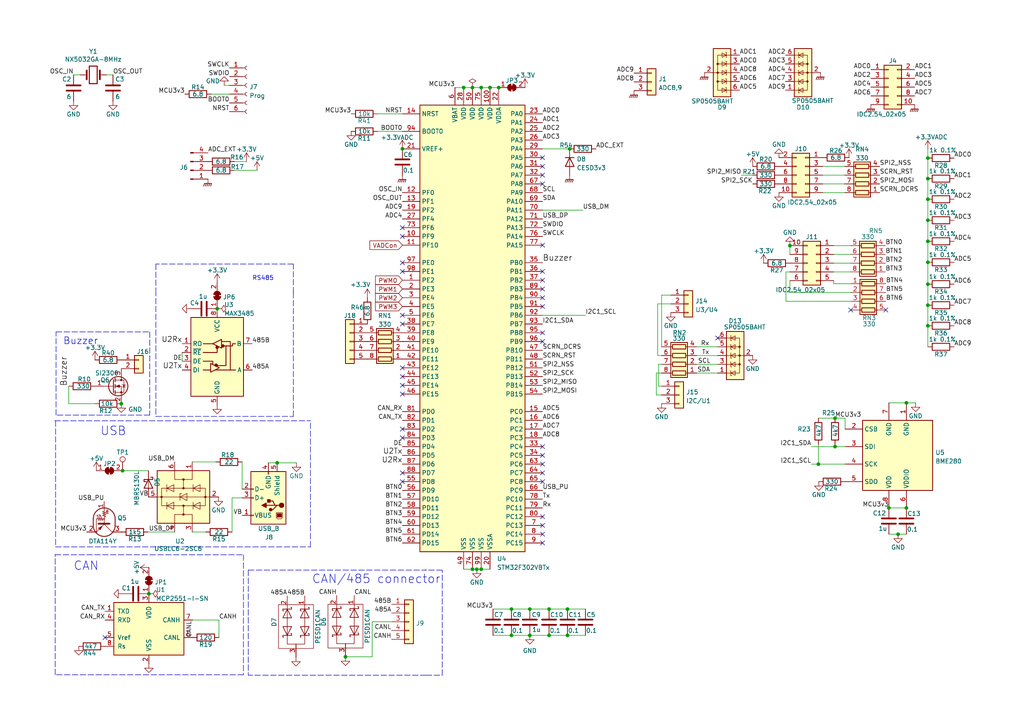
<source format=kicad_sch>
(kicad_sch (version 20211123) (generator eeschema)
  (paper "A4")
  (junction (at 269.113 82.423))
  (junction (at 229.108 71.247))
  (junction (at 165.227 43.18))
  (junction (at 35.179 117.094))
  (junction (at 144.653 25.4))
  (junction (at 142.113 25.4))
  (junction (at 260.477 154.94))
  (junction (at 137.033 165.1))
  (junction (at 269.113 88.519))
  (junction (at 100.203 190.5))
  (junction (at 134.493 25.4))
  (junction (at 159.258 176.657))
  (junction (at 257.81 147.32))
  (junction (at 164.592 184.277))
  (junction (at 159.258 184.277))
  (junction (at 269.113 51.816))
  (junction (at 242.189 121.285))
  (junction (at 153.67 184.277))
  (junction (at 262.89 147.32))
  (junction (at 269.113 45.847))
  (junction (at 269.113 94.488))
  (junction (at 139.573 25.4))
  (junction (at 269.113 69.977))
  (junction (at 269.113 63.881))
  (junction (at 139.573 165.1))
  (junction (at 148.336 176.657))
  (junction (at 262.89 116.84))
  (junction (at 137.033 25.4))
  (junction (at 269.113 57.785))
  (junction (at 43.18 172.212))
  (junction (at 269.113 76.073))
  (junction (at 62.992 89.535))
  (junction (at 148.336 184.277))
  (junction (at 237.363 134.62))
  (junction (at 164.592 176.657))
  (junction (at 153.67 176.657))
  (junction (at 80.391 134.239))
  (junction (at 116.713 43.18))
  (junction (at 35.56 136.525))
  (junction (at 242.189 129.54))
  (junction (at 138.303 165.1))
  (no_connect (at 157.353 71.12))
  (no_connect (at 157.353 132.08))
  (no_connect (at 157.353 129.54))
  (no_connect (at 256.921 89.916))
  (no_connect (at 246.761 89.916))
  (no_connect (at 157.353 157.48))
  (no_connect (at 116.713 66.04))
  (no_connect (at 157.353 81.28))
  (no_connect (at 157.353 45.72))
  (no_connect (at 157.353 48.26))
  (no_connect (at 157.353 50.8))
  (no_connect (at 157.353 53.34))
  (no_connect (at 30.48 184.912))
  (no_connect (at 208.153 98.044))
  (no_connect (at 116.713 137.16))
  (no_connect (at 116.713 139.7))
  (no_connect (at 116.713 106.68))
  (no_connect (at 116.713 109.22))
  (no_connect (at 116.713 111.76))
  (no_connect (at 116.713 114.3))
  (no_connect (at 116.713 124.46))
  (no_connect (at 116.713 127))
  (no_connect (at 157.353 139.7))
  (no_connect (at 157.353 137.16))
  (no_connect (at 157.353 134.62))
  (no_connect (at 157.353 154.94))
  (no_connect (at 157.353 152.4))
  (no_connect (at 157.353 149.86))
  (no_connect (at 116.713 68.58))
  (no_connect (at 157.353 99.06))
  (no_connect (at 157.353 96.52))
  (no_connect (at 157.353 78.74))
  (no_connect (at 116.713 76.2))
  (no_connect (at 116.713 78.74))
  (no_connect (at 116.713 91.44))
  (no_connect (at 116.713 93.98))
  (no_connect (at 157.353 83.82))
  (no_connect (at 157.353 88.9))
  (no_connect (at 157.353 86.36))
  (wire (pts (xy 159.258 176.657) (xy 164.592 176.657)))
  (wire (pts (xy 235.331 134.62) (xy 237.363 134.62)))
  (wire (pts (xy 131.953 25.4) (xy 134.493 25.4)))
  (wire (pts (xy 238.633 50.8) (xy 244.983 50.8)))
  (wire (pts (xy 241.808 76.327) (xy 246.634 76.327)))
  (wire (pts (xy 208.153 100.584) (xy 202.057 100.584)))
  (wire (pts (xy 269.113 51.816) (xy 269.113 57.785)))
  (wire (pts (xy 137.033 165.1) (xy 138.303 165.1)))
  (wire (pts (xy 191.897 103.124) (xy 190.754 103.124)))
  (wire (pts (xy 67.31 144.399) (xy 70.231 144.399)))
  (polyline (pts (xy 128.27 165.354) (xy 123.317 165.354)))
  (wire (pts (xy 229.108 78.867) (xy 227.965 78.867)))
  (wire (pts (xy 32.766 21.717) (xy 30.861 21.717)))
  (polyline (pts (xy 16.129 122.047) (xy 16.129 158.623)))
  (wire (pts (xy 153.67 184.277) (xy 159.258 184.277)))
  (wire (pts (xy 237.363 121.285) (xy 242.189 121.285)))
  (wire (pts (xy 242.189 129.54) (xy 245.11 129.54)))
  (wire (pts (xy 269.113 43.307) (xy 269.113 45.847)))
  (wire (pts (xy 241.808 78.867) (xy 246.634 78.867)))
  (wire (pts (xy 134.493 25.4) (xy 137.033 25.4)))
  (wire (pts (xy 269.113 45.847) (xy 269.113 51.816)))
  (wire (pts (xy 80.391 134.239) (xy 85.979 134.239)))
  (wire (pts (xy 143.002 176.657) (xy 148.336 176.657)))
  (polyline (pts (xy 72.009 165.354) (xy 72.009 195.834)))
  (polyline (pts (xy 123.571 195.834) (xy 128.27 195.834)))
  (wire (pts (xy 229.108 71.247) (xy 229.108 73.787)))
  (wire (pts (xy 148.336 184.277) (xy 153.67 184.277)))
  (wire (pts (xy 208.153 105.664) (xy 202.057 105.664)))
  (wire (pts (xy 245.11 134.62) (xy 237.363 134.62)))
  (wire (pts (xy 237.363 134.62) (xy 237.363 128.905)))
  (wire (pts (xy 241.808 73.787) (xy 246.634 73.787)))
  (polyline (pts (xy 85.09 120.777) (xy 85.09 84.201)))
  (wire (pts (xy 257.81 154.94) (xy 260.477 154.94)))
  (wire (pts (xy 241.808 81.407) (xy 241.808 82.296)))
  (wire (pts (xy 107.95 180.34) (xy 107.95 190.5)))
  (wire (pts (xy 100.203 190.627) (xy 100.203 190.5)))
  (polyline (pts (xy 16.256 120.396) (xy 16.256 96.266)))
  (polyline (pts (xy 72.009 165.354) (xy 123.571 165.354)))
  (polyline (pts (xy 16.129 158.623) (xy 90.043 158.623)))
  (wire (pts (xy 139.573 25.4) (xy 142.113 25.4)))
  (wire (pts (xy 208.153 103.124) (xy 202.057 103.124)))
  (wire (pts (xy 238.633 48.26) (xy 244.983 48.26)))
  (wire (pts (xy 194.564 88.138) (xy 190.754 88.138)))
  (wire (pts (xy 227.965 87.376) (xy 246.761 87.376)))
  (wire (pts (xy 42.926 154.305) (xy 50.673 154.305)))
  (wire (pts (xy 52.832 104.775) (xy 52.832 102.235)))
  (wire (pts (xy 35.56 136.525) (xy 43.053 136.525)))
  (wire (pts (xy 260.477 154.94) (xy 262.89 154.94)))
  (wire (pts (xy 159.258 184.277) (xy 164.592 184.277)))
  (wire (pts (xy 229.108 84.836) (xy 229.108 81.407)))
  (wire (pts (xy 262.89 116.84) (xy 265.557 116.84)))
  (wire (pts (xy 169.799 176.657) (xy 164.592 176.657)))
  (wire (pts (xy 169.799 184.277) (xy 164.592 184.277)))
  (wire (pts (xy 138.303 165.1) (xy 139.573 165.1)))
  (wire (pts (xy 242.189 128.905) (xy 242.189 129.54)))
  (wire (pts (xy 148.336 176.657) (xy 153.67 176.657)))
  (wire (pts (xy 241.808 82.296) (xy 246.761 82.296)))
  (wire (pts (xy 269.113 57.785) (xy 269.113 63.881)))
  (wire (pts (xy 19.939 117.094) (xy 19.939 112.014)))
  (polyline (pts (xy 123.571 195.834) (xy 72.009 195.834)))
  (wire (pts (xy 142.113 25.4) (xy 144.653 25.4)))
  (polyline (pts (xy 70.612 195.707) (xy 16.002 195.707)))
  (polyline (pts (xy 16.002 195.707) (xy 16.002 160.782)))
  (wire (pts (xy 241.808 71.247) (xy 246.634 71.247)))
  (wire (pts (xy 190.373 108.204) (xy 190.373 114.554)))
  (polyline (pts (xy 45.212 76.581) (xy 45.212 84.074)))
  (wire (pts (xy 65.024 24.765) (xy 66.548 24.765)))
  (polyline (pts (xy 43.434 96.266) (xy 43.434 120.396)))
  (polyline (pts (xy 128.27 195.834) (xy 128.27 165.354)))
  (wire (pts (xy 238.633 53.34) (xy 244.983 53.34)))
  (wire (pts (xy 191.897 85.598) (xy 191.897 100.584)))
  (wire (pts (xy 227.965 78.867) (xy 227.965 87.376)))
  (wire (pts (xy 238.633 55.88) (xy 244.983 55.88)))
  (wire (pts (xy 246.761 84.836) (xy 229.108 84.836)))
  (wire (pts (xy 134.493 165.1) (xy 137.033 165.1)))
  (polyline (pts (xy 45.212 84.201) (xy 45.212 120.777)))
  (polyline (pts (xy 15.875 122.047) (xy 90.043 122.047)))
  (wire (pts (xy 139.573 165.1) (xy 142.113 165.1)))
  (wire (pts (xy 191.008 105.664) (xy 191.897 105.664)))
  (wire (pts (xy 61.214 27.305) (xy 66.548 27.305)))
  (wire (pts (xy 63.5 184.912) (xy 63.5 179.832)))
  (wire (pts (xy 55.753 154.305) (xy 59.69 154.305)))
  (polyline (pts (xy 85.09 84.963) (xy 85.09 76.581)))
  (polyline (pts (xy 43.434 120.396) (xy 16.256 120.396)))
  (wire (pts (xy 269.113 94.488) (xy 269.113 100.584)))
  (wire (pts (xy 67.31 154.305) (xy 67.31 144.399)))
  (wire (pts (xy 169.799 91.44) (xy 157.353 91.44)))
  (wire (pts (xy 137.033 25.4) (xy 139.573 25.4)))
  (wire (pts (xy 269.113 82.423) (xy 269.113 88.519)))
  (wire (pts (xy 215.011 50.8) (xy 218.313 50.8)))
  (wire (pts (xy 109.474 33.02) (xy 116.713 33.02)))
  (wire (pts (xy 269.113 63.881) (xy 269.113 69.977)))
  (wire (pts (xy 242.189 121.285) (xy 245.11 121.285)))
  (wire (pts (xy 169.037 60.96) (xy 157.353 60.96)))
  (wire (pts (xy 55.753 133.985) (xy 62.611 133.985)))
  (wire (pts (xy 191.897 112.014) (xy 191.008 112.014)))
  (wire (pts (xy 269.113 69.977) (xy 269.113 76.073)))
  (wire (pts (xy 190.373 114.554) (xy 191.897 114.554)))
  (polyline (pts (xy 16.002 160.909) (xy 70.612 160.909)))
  (wire (pts (xy 257.81 147.32) (xy 262.89 147.32)))
  (wire (pts (xy 190.754 88.138) (xy 190.754 103.124)))
  (wire (pts (xy 269.113 76.073) (xy 269.113 82.423)))
  (wire (pts (xy 21.336 21.717) (xy 23.241 21.717)))
  (wire (pts (xy 67.945 46.863) (xy 71.501 46.863)))
  (wire (pts (xy 100.203 190.5) (xy 107.95 190.5)))
  (wire (pts (xy 109.474 38.1) (xy 116.713 38.1)))
  (wire (pts (xy 208.153 108.204) (xy 202.057 108.204)))
  (wire (pts (xy 153.67 176.657) (xy 159.258 176.657)))
  (wire (pts (xy 77.851 134.239) (xy 80.391 134.239)))
  (polyline (pts (xy 85.09 76.581) (xy 45.212 76.581)))
  (wire (pts (xy 245.11 121.285) (xy 245.11 124.46)))
  (wire (pts (xy 191.897 85.598) (xy 194.564 85.598)))
  (polyline (pts (xy 16.256 96.266) (xy 43.434 96.266)))
  (polyline (pts (xy 90.043 158.623) (xy 90.043 122.047)))
  (wire (pts (xy 27.559 117.094) (xy 19.939 117.094)))
  (wire (pts (xy 143.002 184.277) (xy 148.336 184.277)))
  (wire (pts (xy 269.113 88.519) (xy 269.113 94.488)))
  (wire (pts (xy 191.008 112.014) (xy 191.008 105.664)))
  (polyline (pts (xy 70.612 160.909) (xy 70.612 195.707)))
  (wire (pts (xy 70.231 133.985) (xy 70.231 141.859)))
  (wire (pts (xy 67.945 49.403) (xy 74.549 49.403)))
  (wire (pts (xy 157.353 43.18) (xy 165.227 43.18)))
  (polyline (pts (xy 45.212 120.777) (xy 85.09 120.777)))
  (wire (pts (xy 257.81 116.84) (xy 262.89 116.84)))
  (wire (pts (xy 191.897 108.204) (xy 190.373 108.204)))
  (wire (pts (xy 63.5 179.832) (xy 55.88 179.832)))
  (wire (pts (xy 235.331 129.54) (xy 242.189 129.54)))
  (wire (pts (xy 113.538 180.34) (xy 107.95 180.34)))
  (text "USB" (at 36.703 126.619 180) (effects (font (size 2.4892 2.4892)) (justify right bottom)))
  (text "RS485" (at 73.152 81.534 0) (effects (font (size 1.27 1.27)) (justify left bottom)))
  (text "Buzzer" (at 18.288 100.203 0) (effects (font (size 2.0066 2.0066)) (justify left bottom)))
  (text "CAN/485 connector" (at 90.424 169.545 0) (effects (font (size 2.4892 2.4892)) (justify left bottom)))
  (text "CAN" (at 28.702 165.735 180) (effects (font (size 2.4892 2.4892)) (justify right bottom)))
  (label "CAN_TX" (at 30.48 177.292 180))
  (label "SPI2_SCK" (at 218.313 53.34 180))
  (label "ADC1" (at 265.303 20.193 0))
  (label "ADC8" (at 183.896 23.749 180))
  (label "ADC4" (at 116.713 63.5 180))
  (label "OSC_IN" (at 21.336 21.717 180))
  (label "MCU3v3" (at 131.953 25.4 180))
  (label "ADC_EXT" (at 172.847 43.18 0))
  (label "ADC0" (at 157.353 33.02 0))
  (label "SCRN_RST" (at 157.353 104.14 0))
  (label "ADC4" (at 252.603 25.273 180))
  (label "BOOT0" (at 66.548 29.845 180))
  (label "Tx" (at 205.74 103.124 180))
  (label "CANH" (at 113.538 185.42 180))
  (label "CAN_TX" (at 116.713 121.92 180))
  (label "OSC_IN" (at 116.713 55.88 180))
  (label "U2Tx" (at 52.832 107.315 180) (effects (font (size 1.524 1.524))))
  (label "OSC_OUT" (at 116.713 58.42 180))
  (label "SWDIO" (at 66.548 22.225 180))
  (label "DE" (at 52.832 104.775 180))
  (label "CAN_RX" (at 116.713 119.38 180))
  (label "MCU3v3" (at 257.81 147.32 180))
  (label "CAN_RX" (at 30.48 179.832 180))
  (label "VB" (at 70.231 149.479 180))
  (label "CANL" (at 55.88 184.912 90))
  (label "SCRN_RST" (at 255.143 50.8 0))
  (label "MCU3v3" (at 101.854 33.02 180))
  (label "SPI2_NSS" (at 255.143 48.26 0))
  (label "Buzzer" (at 19.939 112.014 90) (effects (font (size 1.7018 1.7018))))
  (label "ADC1" (at 276.733 51.816 0))
  (label "ADC5" (at 157.353 119.38 0))
  (label "MCU3v3" (at 25.146 154.305 180))
  (label "SDA" (at 157.353 58.42 0))
  (label "BTN1" (at 256.794 73.787 0))
  (label "SCRN_DCRS" (at 255.143 55.88 0))
  (label "USB_DP" (at 50.673 154.305 180))
  (label "ADC0" (at 276.733 45.847 0))
  (label "485B" (at 88.392 172.847 180))
  (label "SPI2_MISO" (at 157.353 111.76 0))
  (label "USB_DM" (at 169.037 60.96 0))
  (label "USB_DM" (at 50.673 133.985 180))
  (label "ADC7" (at 265.303 27.813 0))
  (label "NRST" (at 66.548 32.385 180))
  (label "ADC6" (at 252.603 27.813 180))
  (label "ADC4" (at 276.733 69.977 0))
  (label "SCRN_DCRS" (at 157.353 101.6 0))
  (label "485B" (at 113.538 175.26 180))
  (label "ADC2" (at 157.353 38.1 0))
  (label "BTN3" (at 256.794 78.867 0))
  (label "ADC0" (at 252.603 20.193 180))
  (label "VB" (at 43.053 144.145 180))
  (label "BTN2" (at 256.794 76.327 0))
  (label "ADC7" (at 157.353 124.46 0))
  (label "MCU3v3" (at 143.002 176.657 180))
  (label "USB_DP" (at 157.353 63.5 0))
  (label "CANL" (at 102.743 172.72 0))
  (label "U2Tx" (at 116.713 132.08 180) (effects (font (size 1.524 1.524))))
  (label "CANL" (at 113.538 182.88 180))
  (label "OSC_OUT" (at 32.766 21.717 0))
  (label "SWCLK" (at 66.548 19.685 180))
  (label "Buzzer" (at 157.353 76.2 0) (effects (font (size 1.7018 1.7018))))
  (label "BTN3" (at 116.713 149.86 180))
  (label "DE" (at 116.713 129.54 180))
  (label "485A" (at 113.538 177.8 180))
  (label "SPI2_MOSI" (at 255.143 53.34 0))
  (label "ADC3" (at 227.838 18.542 180))
  (label "SCL" (at 206.121 105.664 180))
  (label "ADC8" (at 157.353 127 0))
  (label "ADC0" (at 214.503 18.542 0))
  (label "ADC_EXT" (at 60.325 44.323 0))
  (label "I2C1_SDA" (at 235.331 129.54 180))
  (label "ADC7" (at 276.733 88.519 0))
  (label "ADC6" (at 157.353 121.92 0))
  (label "BTN5" (at 116.713 154.94 180))
  (label "ADC1" (at 214.503 16.002 0))
  (label "I2C1_SCL" (at 235.331 134.62 180))
  (label "U2Rx" (at 116.713 134.62 180) (effects (font (size 1.524 1.524))))
  (label "BOOT0" (at 116.713 38.1 180))
  (label "ADC2" (at 276.733 57.785 0))
  (label "U2Rx" (at 52.832 99.695 180) (effects (font (size 1.524 1.524))))
  (label "MCU3v3" (at 242.189 121.285 0))
  (label "SPI2_SCK" (at 157.353 109.22 0))
  (label "USB_PU" (at 30.226 145.415 180))
  (label "SDA" (at 205.994 108.204 180))
  (label "ADC6" (at 276.733 82.423 0))
  (label "BTN2" (at 116.713 147.32 180))
  (label "BTN1" (at 116.713 144.78 180))
  (label "I2C1_SDA" (at 157.353 93.98 0))
  (label "BTN6" (at 256.921 87.376 0))
  (label "I2C1_SCL" (at 169.799 91.44 0))
  (label "ADC9" (at 276.733 100.584 0))
  (label "ADC9" (at 227.838 26.162 180))
  (label "ADC3" (at 157.353 40.64 0))
  (label "MCU3v3" (at 53.594 27.305 180))
  (label "ADC9" (at 183.896 21.209 180))
  (label "SWCLK" (at 157.353 68.58 0))
  (label "ADC5" (at 276.733 76.073 0))
  (label "ADC3" (at 276.733 63.881 0))
  (label "ADC8" (at 276.733 94.488 0))
  (label "ADC8" (at 214.503 21.082 0))
  (label "ADC1" (at 157.353 35.56 0))
  (label "Rx" (at 157.353 147.32 0))
  (label "CANH" (at 97.663 172.72 180))
  (label "BTN4" (at 116.713 152.4 180))
  (label "ADC6" (at 214.503 23.622 0))
  (label "BTN5" (at 256.921 84.836 0))
  (label "NRST" (at 116.713 33.02 180))
  (label "BTN0" (at 256.794 71.247 0))
  (label "CANH" (at 63.5 179.832 0))
  (label "485A" (at 73.152 107.315 0))
  (label "BTN4" (at 256.921 82.296 0))
  (label "ADC9" (at 116.713 60.96 180))
  (label "SWDIO" (at 157.353 66.04 0))
  (label "Rx" (at 205.74 100.584 180))
  (label "SPI2_MOSI" (at 157.353 114.3 0))
  (label "BTN0" (at 116.713 142.24 180))
  (label "ADC5" (at 265.303 25.273 0))
  (label "BTN6" (at 116.713 157.48 180))
  (label "ADC5" (at 214.503 26.162 0))
  (label "Tx" (at 157.353 144.78 0))
  (label "ADC4" (at 227.838 21.082 180))
  (label "485B" (at 73.152 99.695 0))
  (label "ADC2" (at 227.838 16.002 180))
  (label "SPI2_MISO" (at 215.011 50.8 180))
  (label "ADC2" (at 252.603 22.733 180))
  (label "ADC3" (at 265.303 22.733 0))
  (label "USB_PU" (at 157.353 142.24 0))
  (label "SPI2_NSS" (at 157.353 106.68 0))
  (label "ADC7" (at 227.838 23.622 180))
  (label "SCL" (at 157.353 55.88 0))
  (label "485A" (at 83.312 172.847 180))
  (global_label "PWM1" (shape input) (at 116.713 83.82 180) (property "Intersheet References" "${INTERSHEET_REFS}" (effects hide)))
  (global_label "PWM3" (shape input) (at 116.713 88.9 180) (property "Intersheet References" "${INTERSHEET_REFS}" (effects hide)))
  (global_label "PWM0" (shape input) (at 116.713 81.28 180) (property "Intersheet References" "${INTERSHEET_REFS}" (effects hide)))
  (global_label "PWM2" (shape input) (at 116.713 86.36 180) (property "Intersheet References" "${INTERSHEET_REFS}" (effects hide)))
  (global_label "VADCon" (shape input) (at 116.713 71.12 180) (property "Intersheet References" "${INTERSHEET_REFS}" (effects hide)))
  (symbol (lib_id "Device:R") (at 272.923 100.584 90) (unit 1)
    (property "Reference" "R37" (at 272.923 102.743 90))
    (property "Value" "1k 0.1%" (at 273.304 98.425 90))
    (property "Footprint" "Resistor_SMD:R_0805_2012Metric_Pad1.20x1.40mm_HandSolder" (effects hide))
  )
  (symbol (lib_id "Device:R") (at 64.135 46.863 270) (unit 1)
    (property "Reference" "R16" (at 68.707 45.593 90))
    (property "Value" "6.8" (at 64.135 46.863 90))
    (property "Footprint" "Resistor_SMD:R_0603_1608Metric_Pad0.98x0.95mm_HandSolder" (effects hide))
  )
  (symbol (lib_id "power:+3.3VADC") (at 269.113 43.307 0) (unit 1)
    (property "Reference" "#PWR050" (effects hide))
    (property "Value" "+3.3VADC" (at 270.129 39.751 0))
  )
  (symbol (lib_id "power:GND") (at 138.303 165.1 0) (unit 1)
    (property "Reference" "#PWR032" (effects hide))
    (property "Value" "GND" (at 138.303 168.91 0))
  )
  (symbol (lib_id "Connector:Conn_01x04_Male") (at 55.245 49.403 0) (mirror x) (unit 1)
    (property "Reference" "J6" (at 54.5339 48.5668 0) (effects (justify right)))
    (property "Value" "ADCext" (effects hide))
    (property "Footprint" "Connector_JST:JST_EH_B4B-EH-A_1x04_P2.50mm_Vertical" (effects hide))
  )
  (symbol (lib_id "power:GND") (at 32.766 29.337 0) (unit 1)
    (property "Reference" "#PWR016" (effects hide))
    (property "Value" "GND" (at 32.766 33.147 0))
  )
  (symbol (lib_id "Device:D_Schottky") (at 43.053 140.335 270) (unit 1)
    (property "Reference" "D5" (at 45.593 139.827 0))
    (property "Value" "MBRS130L" (at 39.624 141.605 0))
    (property "Footprint" "Diode_SMD:D_SMB_Handsoldering" (effects hide))
  )
  (symbol (lib_id "Device:R") (at 272.923 88.519 90) (unit 1)
    (property "Reference" "R35" (at 272.923 90.678 90))
    (property "Value" "1k 0.1%" (at 273.304 86.36 90))
    (property "Footprint" "Resistor_SMD:R_0805_2012Metric_Pad1.20x1.40mm_HandSolder" (effects hide))
  )
  (symbol (lib_id "power:GND") (at 62.992 117.475 0) (unit 1)
    (property "Reference" "#PWR024" (effects hide))
    (property "Value" "GND" (effects hide))
  )
  (symbol (lib_id "Device:R") (at 272.923 76.073 90) (unit 1)
    (property "Reference" "R33" (at 272.923 78.232 90))
    (property "Value" "1k 0.1%" (at 273.304 73.914 90))
    (property "Footprint" "Resistor_SMD:R_0805_2012Metric_Pad1.20x1.40mm_HandSolder" (effects hide))
  )
  (symbol (lib_id "power:GND") (at 237.49 139.7 0) (unit 1)
    (property "Reference" "#PWR043" (effects hide))
    (property "Value" "GND" (at 237.49 143.51 0))
  )
  (symbol (lib_id "Jumper:SolderJumper_2_Bridged") (at 31.75 136.525 0) (unit 1)
    (property "Reference" "JP2" (at 31.75 134.4732 0))
    (property "Value" "USB5V" (effects hide))
    (property "Footprint" "Jumper:SolderJumper-2_P1.3mm_Open_TrianglePad1.0x1.5mm" (effects hide))
  )
  (symbol (lib_id "power:+3.3V") (at 221.488 76.327 0) (unit 1)
    (property "Reference" "#PWR045" (effects hide))
    (property "Value" "+3.3V" (at 221.488 72.771 0))
  )
  (symbol (lib_id "power:PWR_FLAG") (at 43.18 172.212 270) (unit 1)
    (property "Reference" "#FLG0101" (effects hide))
    (property "Value" "PWR_FLAG" (effects hide))
  )
  (symbol (lib_id "power:GNDPWR") (at 116.713 50.8 0) (unit 1)
    (property "Reference" "#PWR01" (effects hide))
    (property "Value" "GNDPWR" (effects hide))
  )
  (symbol (lib_id "Device:R") (at 272.923 63.881 90) (unit 1)
    (property "Reference" "R31" (at 272.923 66.04 90))
    (property "Value" "1k 0.1%" (at 273.304 61.722 90))
    (property "Footprint" "Resistor_SMD:R_0805_2012Metric_Pad1.20x1.40mm_HandSolder" (effects hide))
  )
  (symbol (lib_id "Device:C") (at 116.713 46.99 0) (unit 1)
    (property "Reference" "C6" (at 116.967 44.831 0) (effects (justify left)))
    (property "Value" "0.1" (at 116.84 49.403 0) (effects (justify left)))
    (property "Footprint" "Capacitor_SMD:C_0603_1608Metric_Pad1.08x0.95mm_HandSolder" (effects hide))
  )
  (symbol (lib_id "Connector_Generic:Conn_01x03") (at 199.644 88.138 0) (unit 1)
    (property "Reference" "J14" (at 201.676 87.3033 0) (effects (justify left)))
    (property "Value" "U3/U4" (at 201.676 89.8402 0) (effects (justify left)))
    (property "Footprint" "Connector_JST:JST_EH_B3B-EH-A_1x03_P2.50mm_Vertical" (effects hide))
  )
  (symbol (lib_id "power:GND") (at 225.933 55.88 0) (unit 1)
    (property "Reference" "#PWR039" (effects hide))
    (property "Value" "GND" (at 225.933 59.69 0))
  )
  (symbol (lib_id "Device:R") (at 26.67 187.452 90) (unit 1)
    (property "Reference" "R44" (at 27.94 189.484 90) (effects (justify left)))
    (property "Value" "4k7" (at 28.194 187.452 90) (effects (justify left)))
    (property "Footprint" "Resistor_SMD:R_0603_1608Metric_Pad0.98x0.95mm_HandSolder" (effects hide))
  )
  (symbol (lib_id "Device:R") (at 272.923 94.488 90) (unit 1)
    (property "Reference" "R36" (at 272.923 96.647 90))
    (property "Value" "1k 0.1%" (at 273.304 92.329 90))
    (property "Footprint" "Resistor_SMD:R_0805_2012Metric_Pad1.20x1.40mm_HandSolder" (effects hide))
  )
  (symbol (lib_id "Device:C") (at 159.258 180.467 0) (unit 1)
    (property "Reference" "C10" (at 159.512 178.308 0) (effects (justify left)))
    (property "Value" "0.1" (at 159.385 182.88 0) (effects (justify left)))
    (property "Footprint" "Capacitor_SMD:C_0603_1608Metric_Pad1.08x0.95mm_HandSolder" (effects hide))
  )
  (symbol (lib_id "Device:C") (at 59.182 89.535 90) (unit 1)
    (property "Reference" "C4" (at 57.785 87.884 90) (effects (justify left)))
    (property "Value" "1u" (at 60.198 85.979 90) (effects (justify left)))
    (property "Footprint" "Capacitor_SMD:C_0603_1608Metric_Pad1.08x0.95mm_HandSolder" (effects hide))
  )
  (symbol (lib_id "Device:R") (at 57.404 27.305 90) (unit 1)
    (property "Reference" "R14" (at 57.404 25.273 90))
    (property "Value" "6.8" (at 57.404 27.305 90))
    (property "Footprint" "Resistor_SMD:R_0603_1608Metric_Pad0.98x0.95mm_HandSolder" (effects hide))
  )
  (symbol (lib_id "Connector_Generic:Conn_02x05_Counter_Clockwise") (at 236.728 76.327 0) (mirror y) (unit 1)
    (property "Reference" "J11" (at 235.458 68.707 0))
    (property "Value" "IDC2.54_02x05" (at 232.156 84.074 0))
    (property "Footprint" "Connector_IDC:IDC-Header_2x05_P2.54mm_Vertical" (effects hide))
  )
  (symbol (lib_id "Device:R") (at 106.553 90.17 0) (unit 1)
    (property "Reference" "R46" (at 103.632 89.154 0))
    (property "Value" "6.8" (at 106.553 90.17 90))
    (property "Footprint" "Resistor_SMD:R_0603_1608Metric_Pad0.98x0.95mm_HandSolder" (effects hide))
  )
  (symbol (lib_id "Power_Protection:USBLC6-2SC6") (at 53.213 144.145 90) (mirror x) (unit 1)
    (property "Reference" "U2" (at 52.197 156.972 90))
    (property "Value" "USBLC6-2SC6" (at 51.689 159.131 90))
    (property "Footprint" "Package_TO_SOT_SMD:SOT-23-6" (effects hide))
    (property "Datasheet" "https://www.st.com/resource/en/datasheet/usblc6-2.pdf" (effects hide))
  )
  (symbol (lib_id "power:+5V") (at 74.549 49.403 0) (unit 1)
    (property "Reference" "#PWR028" (effects hide))
    (property "Value" "+5V" (at 74.549 45.8272 0))
  )
  (symbol (lib_id "power:GND") (at 65.024 24.765 180) (unit 1)
    (property "Reference" "#PWR026" (effects hide))
    (property "Value" "GND" (at 59.69 23.495 0) (effects (justify right)))
  )
  (symbol (lib_id "Power_Protection:SP0505BAHT") (at 209.423 21.082 270) (unit 1)
    (property "Reference" "D9" (at 209.423 31.115 90))
    (property "Value" "SP0505BAHT" (at 206.629 29.337 90))
    (property "Footprint" "Package_TO_SOT_SMD:SOT-23-6" (effects hide))
    (property "Datasheet" "http://www.littelfuse.com/~/media/files/littelfuse/technical%20resources/documents/data%20sheets/sp05xxba.pdf" (effects hide))
  )
  (symbol (lib_id "Device:R") (at 39.116 154.305 270) (unit 1)
    (property "Reference" "R13" (at 39.116 156.337 90))
    (property "Value" "1k5" (at 39.116 154.305 90))
    (property "Footprint" "Resistor_SMD:R_0603_1608Metric_Pad0.98x0.95mm_HandSolder" (effects hide))
  )
  (symbol (lib_id "Device:R") (at 237.363 125.095 0) (unit 1)
    (property "Reference" "R23" (at 231.267 124.46 0) (effects (justify left)))
    (property "Value" "4k7" (at 237.49 126.746 90) (effects (justify left)))
    (property "Footprint" "Resistor_SMD:R_0603_1608Metric_Pad0.98x0.95mm_HandSolder" (effects hide))
  )
  (symbol (lib_id "Device:C") (at 148.336 180.467 0) (unit 1)
    (property "Reference" "C8" (at 148.59 178.308 0) (effects (justify left)))
    (property "Value" "0.1" (at 148.463 182.88 0) (effects (justify left)))
    (property "Footprint" "Capacitor_SMD:C_0603_1608Metric_Pad1.08x0.95mm_HandSolder" (effects hide))
  )
  (symbol (lib_id "Device:R") (at 23.749 112.014 270) (unit 1)
    (property "Reference" "R10" (at 22.479 109.982 90) (effects (justify left)))
    (property "Value" "330" (at 22.225 112.014 90) (effects (justify left)))
    (property "Footprint" "Resistor_SMD:R_0603_1608Metric_Pad0.98x0.95mm_HandSolder" (effects hide))
  )
  (symbol (lib_id "power:PWR_FLAG") (at 62.992 89.535 270) (unit 1)
    (property "Reference" "#FLG0102" (effects hide))
    (property "Value" "PWR_FLAG" (effects hide))
  )
  (symbol (lib_id "Device:R") (at 169.037 43.18 90) (unit 1)
    (property "Reference" "R54" (at 164.211 42.164 90))
    (property "Value" "330" (at 169.037 43.18 90))
    (property "Footprint" "Resistor_SMD:R_0603_1608Metric_Pad0.98x0.95mm_HandSolder" (effects hide))
  )
  (symbol (lib_id "Device:R") (at 105.664 38.1 270) (unit 1)
    (property "Reference" "R11" (at 105.664 40.132 90))
    (property "Value" "10k" (at 105.664 38.1 90))
    (property "Footprint" "Resistor_SMD:R_0603_1608Metric_Pad0.98x0.95mm_HandSolder" (effects hide))
  )
  (symbol (lib_id "power:GNDPWR") (at 265.303 30.353 0) (unit 1)
    (property "Reference" "#PWR048" (effects hide))
    (property "Value" "GNDPWR" (effects hide))
  )
  (symbol (lib_id "Device:Q_NMOS_GSD") (at 32.639 112.014 0) (unit 1)
    (property "Reference" "Q6" (at 29.083 110.236 0) (effects (justify left)))
    (property "Value" "SI2300" (at 27.559 108.204 0) (effects (justify left)))
    (property "Footprint" "Package_TO_SOT_SMD:SOT-23_Handsoldering" (effects hide))
  )
  (symbol (lib_id "Interface_CAN_LIN:MCP2551-I-SN") (at 43.18 182.372 0) (unit 1)
    (property "Reference" "U1" (at 45.1994 171.0522 0) (effects (justify left)))
    (property "Value" "MCP2551-I-SN" (at 45.1994 173.5891 0) (effects (justify left)))
    (property "Footprint" "Package_SO:SOIC-8_3.9x4.9mm_P1.27mm" (effects hide))
    (property "Datasheet" "http://ww1.microchip.com/downloads/en/devicedoc/21667d.pdf" (effects hide))
  )
  (symbol (lib_id "Device:C") (at 169.799 180.467 0) (unit 1)
    (property "Reference" "C5" (at 170.053 178.308 0) (effects (justify left)))
    (property "Value" "0.1" (at 169.926 182.88 0) (effects (justify left)))
    (property "Footprint" "Capacitor_SMD:C_0603_1608Metric_Pad1.08x0.95mm_HandSolder" (effects hide))
  )
  (symbol (lib_id "power:+3.3V") (at 62.992 81.915 0) (unit 1)
    (property "Reference" "#PWR023" (effects hide))
    (property "Value" "+3.3V" (at 62.992 78.359 0))
  )
  (symbol (lib_id "power:GND") (at 260.477 154.94 0) (unit 1)
    (property "Reference" "#PWR047" (effects hide))
    (property "Value" "GND" (at 260.477 158.75 0))
  )
  (symbol (lib_id "Device:R_Pack04") (at 111.633 99.06 90) (unit 1)
    (property "Reference" "RN1" (at 111.633 91.5502 90))
    (property "Value" "330" (at 111.633 94.0871 90))
    (property "Footprint" "Resistor_SMD:R_Array_Convex_4x0603" (effects hide))
  )
  (symbol (lib_id "power:GND") (at 229.108 71.247 180) (unit 1)
    (property "Reference" "#PWR040" (effects hide))
    (property "Value" "GND" (at 229.108 67.437 0))
  )
  (symbol (lib_id "power:GND") (at 194.564 90.678 0) (unit 1)
    (property "Reference" "#PWR072" (effects hide))
    (property "Value" "GND" (at 194.564 94.488 0))
  )
  (symbol (lib_id "Interface_UART:MAX3485") (at 62.992 102.235 0) (unit 1)
    (property "Reference" "U3" (at 65.0114 88.3752 0) (effects (justify left)))
    (property "Value" "MAX3485" (at 65.0114 90.9121 0) (effects (justify left)))
    (property "Footprint" "Package_SO:SO-8_3.9x4.9mm_P1.27mm" (effects hide))
    (property "Datasheet" "https://datasheets.maximintegrated.com/en/ds/MAX3483-MAX3491.pdf" (effects hide))
  )
  (symbol (lib_id "Device:R") (at 272.923 45.847 90) (unit 1)
    (property "Reference" "R28" (at 272.923 48.006 90))
    (property "Value" "1k 0.1%" (at 273.431 43.561 90))
    (property "Footprint" "Resistor_SMD:R_0805_2012Metric_Pad1.20x1.40mm_HandSolder" (effects hide))
  )
  (symbol (lib_id "Connector:TestPoint") (at 35.56 136.525 0) (unit 1)
    (property "Reference" "TP1" (at 33.782 131.191 0) (effects (justify left)))
    (property "Value" "5Vusb" (effects hide))
    (property "Footprint" "TestPoint:TestPoint_THTPad_1.5x1.5mm_Drill0.7mm" (effects hide))
  )
  (symbol (lib_id "Connector_Generic:Conn_01x05") (at 118.618 180.34 0) (unit 1)
    (property "Reference" "J9" (at 120.65 180.7738 0) (effects (justify left)))
    (property "Value" "485{slash}CAN" (effects hide))
    (property "Footprint" "Connector_JST:JST_EH_B5B-EH-A_1x05_P2.50mm_Vertical" (effects hide))
  )
  (symbol (lib_id "Device:R") (at 63.5 154.305 270) (unit 1)
    (property "Reference" "R15" (at 63.5 156.337 90))
    (property "Value" "22" (at 63.5 154.305 90))
    (property "Footprint" "Resistor_SMD:R_0603_1608Metric_Pad0.98x0.95mm_HandSolder" (effects hide))
  )
  (symbol (lib_id "power:GND") (at 85.979 134.239 0) (unit 1)
    (property "Reference" "#PWR029" (effects hide))
    (property "Value" "GND" (at 85.979 138.049 0))
  )
  (symbol (lib_id "Connector_Generic:Conn_01x02") (at 40.259 104.394 0) (unit 1)
    (property "Reference" "J16" (at 39.624 101.981 0) (effects (justify left)))
    (property "Value" "buzzer" (effects hide))
    (property "Footprint" "Connector_PinSocket_2.54mm:PinSocket_1x02_P2.54mm_Vertical" (effects hide))
  )
  (symbol (lib_id "power:GND") (at 191.897 117.094 0) (unit 1)
    (property "Reference" "#PWR071" (effects hide))
    (property "Value" "GND" (at 191.897 120.904 0))
  )
  (symbol (lib_id "power:GND") (at 35.56 172.212 270) (unit 1)
    (property "Reference" "#PWR030" (effects hide))
    (property "Value" "GND" (effects hide))
  )
  (symbol (lib_id "power:GND") (at 43.18 192.532 0) (unit 1)
    (property "Reference" "#PWR019" (effects hide))
    (property "Value" "GND" (effects hide))
  )
  (symbol (lib_id "Device:R") (at 272.923 57.785 90) (unit 1)
    (property "Reference" "R30" (at 272.923 59.944 90))
    (property "Value" "1k 0.1%" (at 273.304 55.626 90))
    (property "Footprint" "Resistor_SMD:R_0805_2012Metric_Pad1.20x1.40mm_HandSolder" (effects hide))
  )
  (symbol (lib_id "power:GND") (at 21.336 29.337 0) (unit 1)
    (property "Reference" "#PWR013" (effects hide))
    (property "Value" "GND" (at 21.336 33.147 0))
  )
  (symbol (lib_id "Jumper:SolderJumper_2_Bridged") (at 43.18 168.402 90) (unit 1)
    (property "Reference" "JP1" (at 44.831 168.8358 90) (effects (justify right)))
    (property "Value" "CAN" (effects hide))
    (property "Footprint" "Jumper:SolderJumper-2_P1.3mm_Open_TrianglePad1.0x1.5mm" (effects hide))
  )
  (symbol (lib_id "power:+5V") (at 43.18 164.592 90) (unit 1)
    (property "Reference" "#PWR012" (effects hide))
    (property "Value" "+5V" (at 39.624 164.592 0))
  )
  (symbol (lib_id "Jumper:SolderJumper_2_Bridged") (at 148.463 25.4 0) (unit 1)
    (property "Reference" "JP3" (at 148.463 23.3482 0))
    (property "Value" "MCU" (effects hide))
    (property "Footprint" "Jumper:SolderJumper-2_P1.3mm_Open_TrianglePad1.0x1.5mm" (effects hide))
  )
  (symbol (lib_id "Device:R") (at 105.664 33.02 270) (unit 1)
    (property "Reference" "R41" (at 105.664 35.052 90))
    (property "Value" "10k" (at 105.664 33.02 90))
    (property "Footprint" "Resistor_SMD:R_0603_1608Metric_Pad0.98x0.95mm_HandSolder" (effects hide))
  )
  (symbol (lib_id "elements:PESD1CAN") (at 88.392 180.467 270) (unit 1)
    (property "Reference" "D7" (at 79.502 180.467 0))
    (property "Value" "PESD1CAN" (at 92.202 181.737 0))
    (property "Footprint" "Package_TO_SOT_SMD:SOT-23" (effects hide))
  )
  (symbol (lib_id "Device:C") (at 164.592 180.467 0) (unit 1)
    (property "Reference" "C11" (at 164.846 178.308 0) (effects (justify left)))
    (property "Value" "0.1" (at 164.719 182.88 0) (effects (justify left)))
    (property "Footprint" "Capacitor_SMD:C_0603_1608Metric_Pad1.08x0.95mm_HandSolder" (effects hide))
  )
  (symbol (lib_id "Power_Protection:SP0505BAHT") (at 232.918 21.082 90) (unit 1)
    (property "Reference" "D10" (at 232.918 31.115 90))
    (property "Value" "SP0505BAHT" (at 235.712 29.21 90))
    (property "Footprint" "Package_TO_SOT_SMD:SOT-23-6" (effects hide))
    (property "Datasheet" "http://www.littelfuse.com/~/media/files/littelfuse/technical%20resources/documents/data%20sheets/sp05xxba.pdf" (effects hide))
  )
  (symbol (lib_id "Device:R") (at 242.189 125.095 0) (unit 1)
    (property "Reference" "R25" (at 238.379 119.761 0) (effects (justify left)))
    (property "Value" "4k7" (at 242.316 126.746 90) (effects (justify left)))
    (property "Footprint" "Resistor_SMD:R_0603_1608Metric_Pad0.98x0.95mm_HandSolder" (effects hide))
  )
  (symbol (lib_id "Device:C") (at 21.336 25.527 0) (mirror y) (unit 1)
    (property "Reference" "C2" (at 20.701 22.987 0) (effects (justify left)))
    (property "Value" "6" (at 20.701 28.067 0) (effects (justify left)))
    (property "Footprint" "Capacitor_SMD:C_0603_1608Metric_Pad1.08x0.95mm_HandSolder" (effects hide))
  )
  (symbol (lib_id "power:GNDPWR") (at 237.998 21.082 0) (unit 1)
    (property "Reference" "#PWR051" (effects hide))
    (property "Value" "GNDPWR" (effects hide))
  )
  (symbol (lib_id "elements:PESD1CAN") (at 102.743 180.34 270) (unit 1)
    (property "Reference" "D6" (at 93.853 180.34 0))
    (property "Value" "PESD1CAN" (at 106.553 181.61 0))
    (property "Footprint" "Package_TO_SOT_SMD:SOT-23" (effects hide))
  )
  (symbol (lib_id "Power_Protection:SP0505BAHT") (at 213.233 103.124 90) (unit 1)
    (property "Reference" "D13" (at 213.233 93.091 90))
    (property "Value" "SP0505BAHT" (at 216.027 94.869 90))
    (property "Footprint" "Package_TO_SOT_SMD:SOT-23-6" (effects hide))
    (property "Datasheet" "http://www.littelfuse.com/~/media/files/littelfuse/technical%20resources/documents/data%20sheets/sp05xxba.pdf" (effects hide))
  )
  (symbol (lib_id "Connector:USB_B") (at 77.851 144.399 180) (unit 1)
    (property "Reference" "J8" (at 76.835 155.829 0) (effects (justify right)))
    (property "Value" "USB_B" (at 74.803 153.289 0) (effects (justify right)))
    (property "Footprint" "Connector_USB:USB_B_OST_USB-B1HSxx_Horizontal" (effects hide))
    (property "Datasheet" " ~" (effects hide))
  )
  (symbol (lib_id "Device:C") (at 143.002 180.467 0) (unit 1)
    (property "Reference" "C7" (at 143.256 178.308 0) (effects (justify left)))
    (property "Value" "0.1" (at 143.129 182.88 0) (effects (justify left)))
    (property "Footprint" "Capacitor_SMD:C_0603_1608Metric_Pad1.08x0.95mm_HandSolder" (effects hide))
  )
  (symbol (lib_id "Connector_Generic:Conn_01x05") (at 101.473 99.06 0) (mirror y) (unit 1)
    (property "Reference" "J18" (at 101.473 91.5472 0))
    (property "Value" "LEDs" (effects hide))
    (property "Footprint" "Connector_JST:JST_EH_B5B-EH-A_1x05_P2.50mm_Vertical" (effects hide))
  )
  (symbol (lib_id "Device:R") (at 59.69 184.912 270) (unit 1)
    (property "Reference" "R19" (at 59.69 186.944 90))
    (property "Value" "120" (at 59.69 184.912 90))
    (property "Footprint" "Resistor_SMD:R_1210_3225Metric_Pad1.30x2.65mm_HandSolder" (effects hide))
  )
  (symbol (lib_id "Connector_Generic:Conn_02x05_Odd_Even") (at 257.683 25.273 0) (unit 1)
    (property "Reference" "J4" (at 258.953 17.653 0))
    (property "Value" "IDC2.54_02x05" (at 255.651 33.147 0))
    (property "Footprint" "Connector_IDC:IDC-Header_2x05_P2.54mm_Vertical" (effects hide))
  )
  (symbol (lib_id "power:GND") (at 85.852 190.627 0) (unit 1)
    (property "Reference" "#PWR037" (effects hide))
    (property "Value" "GND" (effects hide))
  )
  (symbol (lib_id "Device:C") (at 32.766 25.527 0) (unit 1)
    (property "Reference" "C3" (at 33.401 22.987 0) (effects (justify left)))
    (property "Value" "6" (at 33.401 28.067 0) (effects (justify left)))
    (property "Footprint" "Capacitor_SMD:C_0603_1608Metric_Pad1.08x0.95mm_HandSolder" (effects hide))
  )
  (symbol (lib_id "power:+3.3V") (at 71.501 46.863 0) (unit 1)
    (property "Reference" "#PWR027" (effects hide))
    (property "Value" "+3.3V" (at 71.501 43.307 0))
  )
  (symbol (lib_id "Device:R") (at 225.298 76.327 270) (unit 1)
    (property "Reference" "R27" (at 225.298 78.359 90))
    (property "Value" "6.8" (at 225.298 76.327 90))
    (property "Footprint" "Resistor_SMD:R_0603_1608Metric_Pad0.98x0.95mm_HandSolder" (effects hide))
  )
  (symbol (lib_id "power:+3.3V") (at 27.559 104.394 0) (unit 1)
    (property "Reference" "#PWR017" (effects hide))
    (property "Value" "+3.3V" (at 27.559 100.8182 0))
  )
  (symbol (lib_id "Device:R_Pack04") (at 196.977 103.124 90) (unit 1)
    (property "Reference" "RN2" (at 197.104 96.52 90))
    (property "Value" "330" (at 196.977 98.1511 90))
    (property "Footprint" "Resistor_SMD:R_Array_Convex_4x0603" (effects hide))
  )
  (symbol (lib_id "Device:C") (at 257.81 151.13 0) (unit 1)
    (property "Reference" "C12" (at 253.111 148.844 0) (effects (justify left)))
    (property "Value" "1u" (at 254.762 153.289 0) (effects (justify left)))
    (property "Footprint" "Capacitor_SMD:C_0603_1608Metric_Pad1.08x0.95mm_HandSolder" (effects hide))
  )
  (symbol (lib_id "power:GNDPWR") (at 60.325 51.943 0) (unit 1)
    (property "Reference" "#PWR0101" (effects hide))
    (property "Value" "GNDPWR" (effects hide))
  )
  (symbol (lib_id "Device:R") (at 222.123 48.26 90) (unit 1)
    (property "Reference" "R20" (at 222.123 46.228 90))
    (property "Value" "6.8" (at 222.123 48.26 90))
    (property "Footprint" "Resistor_SMD:R_0603_1608Metric_Pad0.98x0.95mm_HandSolder" (effects hide))
  )
  (symbol (lib_id "Connector_Generic:Conn_01x03") (at 188.976 23.749 0) (unit 1)
    (property "Reference" "J1" (at 191.008 22.9143 0) (effects (justify left)))
    (property "Value" "ADC8,9" (at 191.008 25.4512 0) (effects (justify left)))
    (property "Footprint" "Connector_JST:JST_EH_B3B-EH-A_1x03_P2.50mm_Vertical" (effects hide))
  )
  (symbol (lib_id "Device:R") (at 222.123 50.8 90) (unit 1)
    (property "Reference" "R21" (at 217.297 49.784 90))
    (property "Value" "330" (at 222.123 50.8 90))
    (property "Footprint" "Resistor_SMD:R_0603_1608Metric_Pad0.98x0.95mm_HandSolder" (effects hide))
  )
  (symbol (lib_id "power:GND") (at 265.557 116.84 0) (unit 1)
    (property "Reference" "#PWR049" (effects hide))
    (property "Value" "GND" (at 265.557 120.65 0))
  )
  (symbol (lib_id "Connector_Generic:Conn_02x05_Odd_Even") (at 233.553 50.8 0) (mirror y) (unit 1)
    (property "Reference" "J10" (at 232.283 43.18 0))
    (property "Value" "IDC2.54_02x05" (at 235.585 58.674 0))
    (property "Footprint" "Connector_IDC:IDC-Header_2x05_P2.54mm_Vertical" (effects hide))
  )
  (symbol (lib_id "Device:R") (at 31.369 117.094 90) (unit 1)
    (property "Reference" "R12" (at 32.639 119.126 90) (effects (justify left)))
    (property "Value" "10k" (at 32.893 117.094 90) (effects (justify left)))
    (property "Footprint" "Resistor_SMD:R_0603_1608Metric_Pad0.98x0.95mm_HandSolder" (effects hide))
  )
  (symbol (lib_id "Device:D") (at 165.227 46.99 270) (unit 1)
    (property "Reference" "D8" (at 167.259 46.1553 90) (effects (justify left)))
    (property "Value" "CESD3v3" (at 167.259 48.6922 90) (effects (justify left)))
    (property "Footprint" "Diode_SMD:D_SOD-523" (effects hide))
  )
  (symbol (lib_id "Connector:Conn_01x06_Female") (at 71.628 24.765 0) (unit 1)
    (property "Reference" "J7" (at 72.3392 25.2003 0) (effects (justify left)))
    (property "Value" "Prog" (at 72.3392 27.7372 0) (effects (justify left)))
    (property "Footprint" "Connector_PinSocket_1.27mm:PinSocket_1x06_P1.27mm_Vertical" (effects hide))
  )
  (symbol (lib_id "power:GND") (at 225.933 45.72 180) (unit 1)
    (property "Reference" "#PWR038" (effects hide))
    (property "Value" "GND" (at 225.933 41.91 0))
  )
  (symbol (lib_id "power:GND") (at 218.313 103.124 0) (unit 1)
    (property "Reference" "#PWR073" (effects hide))
    (property "Value" "GND" (at 218.313 106.934 0))
  )
  (symbol (lib_id "power:+3.3V") (at 152.273 25.4 0) (unit 1)
    (property "Reference" "#PWR033" (effects hide))
    (property "Value" "+3.3V" (at 152.273 21.844 0))
  )
  (symbol (lib_id "power:+3.3VADC") (at 116.713 43.18 0) (unit 1)
    (property "Reference" "#PWR031" (effects hide))
    (property "Value" "+3.3VADC" (at 115.189 39.878 0))
  )
  (symbol (lib_id "power:GND") (at 100.203 190.5 0) (unit 1)
    (property "Reference" "#PWR069" (effects hide))
    (property "Value" "GND" (effects hide))
  )
  (symbol (lib_id "Device:C") (at 39.37 172.212 90) (unit 1)
    (property "Reference" "C1" (at 37.973 170.561 90) (effects (justify left)))
    (property "Value" "1u" (at 40.386 168.656 90) (effects (justify left)))
    (property "Footprint" "Capacitor_SMD:C_0603_1608Metric_Pad1.08x0.95mm_HandSolder" (effects hide))
  )
  (symbol (lib_id "power:GND") (at 35.179 117.094 0) (unit 1)
    (property "Reference" "#PWR018" (effects hide))
    (property "Value" "GND" (at 39.243 118.745 0))
  )
  (symbol (lib_id "power:GND") (at 63.373 144.145 0) (unit 1)
    (property "Reference" "#PWR025" (effects hide))
    (property "Value" "GND" (at 63.373 147.955 0))
  )
  (symbol (lib_id "power:+5V") (at 27.94 136.525 0) (unit 1)
    (property "Reference" "#PWR014" (effects hide))
    (property "Value" "+5V" (at 27.94 132.969 0))
  )
  (symbol (lib_id "Jumper:SolderJumper_2_Bridged") (at 62.992 85.725 90) (unit 1)
    (property "Reference" "JP6" (at 64.643 86.1588 90) (effects (justify right)))
    (property "Value" "RS-485" (effects hide))
    (property "Footprint" "Jumper:SolderJumper-2_P1.3mm_Open_TrianglePad1.0x1.5mm" (effects hide))
  )
  (symbol (lib_id "power:GND") (at 101.854 38.1 0) (unit 1)
    (property "Reference" "#PWR011" (effects hide))
    (property "Value" "GND" (at 101.854 41.91 0))
  )
  (symbol (lib_id "power:GND") (at 153.67 184.277 0) (unit 1)
    (property "Reference" "#PWR034" (effects hide))
    (property "Value" "GND" (at 153.67 188.7204 0))
  )
  (symbol (lib_id "power:+3.3V") (at 106.553 86.36 0) (unit 1)
    (property "Reference" "#PWR02" (effects hide))
    (property "Value" "+3.3V" (at 104.521 82.55 0))
  )
  (symbol (lib_id "power:GND") (at 22.86 187.452 0) (unit 1)
    (property "Reference" "#PWR021" (effects hide))
    (property "Value" "GND" (effects hide))
  )
  (symbol (lib_id "Device:Crystal") (at 27.051 21.717 0) (unit 1)
    (property "Reference" "Y1" (at 27.051 14.9098 0))
    (property "Value" "NX5032GA-8MHz" (at 27.051 17.2212 0))
    (property "Footprint" "Crystal:Crystal_SMD_5032-2Pin_5.0x3.2mm" (effects hide))
  )
  (symbol (lib_id "power:GNDPWR") (at 165.227 50.8 0) (unit 1)
    (property "Reference" "#PWR015" (effects hide))
    (property "Value" "GNDPWR" (effects hide))
  )
  (symbol (lib_id "Device:R") (at 66.421 133.985 270) (unit 1)
    (property "Reference" "R18" (at 66.04 131.953 90))
    (property "Value" "22" (at 66.421 133.985 90))
    (property "Footprint" "Resistor_SMD:R_0603_1608Metric_Pad0.98x0.95mm_HandSolder" (effects hide))
  )
  (symbol (lib_id "power:GNDPWR") (at 252.603 30.353 0) (unit 1)
    (property "Reference" "#PWR046" (effects hide))
    (property "Value" "GNDPWR" (effects hide))
  )
  (symbol (lib_id "Device:R") (at 272.923 69.977 90) (unit 1)
    (property "Reference" "R32" (at 272.923 72.136 90))
    (property "Value" "1k 0.1%" (at 273.304 67.818 90))
    (property "Footprint" "Resistor_SMD:R_0805_2012Metric_Pad1.20x1.40mm_HandSolder" (effects hide))
  )
  (symbol (lib_id "Connector_Generic:Conn_01x03") (at 196.977 114.554 0) (unit 1)
    (property "Reference" "J15" (at 199.009 113.7193 0) (effects (justify left)))
    (property "Value" "I2C/U1" (at 199.009 116.2562 0) (effects (justify left)))
    (property "Footprint" "Connector_JST:JST_EH_B3B-EH-A_1x03_P2.50mm_Vertical" (effects hide))
  )
  (symbol (lib_id "power:GNDPWR") (at 204.343 21.082 0) (unit 1)
    (property "Reference" "#PWR042" (effects hide))
    (property "Value" "GNDPWR" (effects hide))
  )
  (symbol (lib_id "MCU_ST_STM32F3:STM32F302VBTx") (at 137.033 93.98 0) (unit 1)
    (property "Reference" "U4" (at 144.1324 162.0504 0) (effects (justify left)))
    (property "Value" "STM32F302VBTx" (at 144.1324 164.5873 0) (effects (justify left)))
    (property "Footprint" "Package_QFP:LQFP-100_14x14mm_P0.5mm" (effects hide))
    (property "Datasheet" "http://www.st.com/st-web-ui/static/active/en/resource/technical/document/datasheet/DM00094064.pdf" (effects hide))
  )
  (symbol (lib_id "power:+5V") (at 218.313 48.26 0) (unit 1)
    (property "Reference" "#PWR036" (effects hide))
    (property "Value" "+5V" (at 218.313 44.6842 0))
  )
  (symbol (lib_id "Sensor:BME280") (at 260.35 132.08 180) (unit 1)
    (property "Reference" "U5" (at 271.272 131.2453 0) (effects (justify right)))
    (property "Value" "BME280" (at 271.272 133.7822 0) (effects (justify right)))
    (property "Footprint" "Package_LGA:Bosch_LGA-8_2.5x2.5mm_P0.65mm_ClockwisePinNumbering" (effects hide))
    (property "Datasheet" "https://ae-bst.resource.bosch.com/media/_tech/media/datasheets/BST-BME280-DS002.pdf" (effects hide))
  )
  (symbol (lib_id "Transistor_BJT:DTA114Y") (at 30.226 151.765 270) (unit 1)
    (property "Reference" "Q5" (at 34.036 150.241 90) (effects (justify left)))
    (property "Value" "DTA114Y" (at 25.654 156.972 90) (effects (justify left)))
    (property "Footprint" "Package_TO_SOT_SMD:SOT-323_SC-70_Handsoldering" (effects hide))
  )
  (symbol (lib_id "Device:R") (at 242.443 45.72 90) (unit 1)
    (property "Reference" "R26" (at 242.443 43.688 90))
    (property "Value" "6.8" (at 242.443 45.72 90))
    (property "Footprint" "Resistor_SMD:R_0603_1608Metric_Pad0.98x0.95mm_HandSolder" (effects hide))
  )
  (symbol (lib_id "Device:C") (at 262.89 151.13 0) (unit 1)
    (property "Reference" "C13" (at 263.144 148.971 0) (effects (justify left)))
    (property "Value" "0.1" (at 263.017 153.543 0) (effects (justify left)))
    (property "Footprint" "Capacitor_SMD:C_0603_1608Metric_Pad1.08x0.95mm_HandSolder" (effects hide))
  )
  (symbol (lib_id "Device:R") (at 272.923 51.816 90) (unit 1)
    (property "Reference" "R29" (at 272.923 53.975 90))
    (property "Value" "1k 0.1%" (at 273.304 49.657 90))
    (property "Footprint" "Resistor_SMD:R_0805_2012Metric_Pad1.20x1.40mm_HandSolder" (effects hide))
  )
  (symbol (lib_id "Device:C") (at 153.67 180.467 0) (unit 1)
    (property "Reference" "C9" (at 154.178 178.308 0) (effects (justify left)))
    (property "Value" "1u" (at 154.305 182.626 0) (effects (justify left)))
    (property "Footprint" "Capacitor_SMD:C_0603_1608Metric_Pad1.08x0.95mm_HandSolder" (effects hide))
  )
  (symbol (lib_id "Device:R_Pack04") (at 250.063 50.8 90) (unit 1)
    (property "Reference" "RN4" (at 250.063 43.2902 90))
    (property "Value" "330" (at 250.063 45.8271 90))
    (property "Footprint" "Resistor_SMD:R_Array_Convex_4x0603" (effects hide))
  )
  (symbol (lib_id "power:PWR_FLAG") (at 137.033 25.4 0) (unit 1)
    (property "Reference" "#FLG02" (effects hide))
    (property "Value" "PWR_FLAG" (effects hide))
  )
  (symbol (lib_id "Device:R_Pack04") (at 251.841 87.376 270) (unit 1)
    (property "Reference" "RN3" (at 252.095 92.202 90))
    (property "Value" "330" (at 252.095 93.98 90))
    (property "Footprint" "Resistor_SMD:R_Array_Convex_4x0603" (effects hide))
  )
  (symbol (lib_id "Device:R") (at 272.923 82.423 90) (unit 1)
    (property "Reference" "R34" (at 272.923 84.582 90))
    (property "Value" "1k 0.1%" (at 273.304 80.264 90))
    (property "Footprint" "Resistor_SMD:R_0805_2012Metric_Pad1.20x1.40mm_HandSolder" (effects hide))
  )
  (symbol (lib_id "Device:R") (at 241.3 139.7 90) (unit 1)
    (property "Reference" "R24" (at 241.046 141.732 90))
    (property "Value" "330" (at 241.3 139.7 90))
    (property "Footprint" "Resistor_SMD:R_0603_1608Metric_Pad0.98x0.95mm_HandSolder" (effects hide))
  )
  (symbol (lib_id "power:+3.3V") (at 246.253 45.72 0) (unit 1)
    (property "Reference" "#PWR044" (effects hide))
    (property "Value" "+3.3V" (at 246.253 42.164 0))
  )
  (symbol (lib_id "Device:R") (at 222.123 53.34 90) (unit 1)
    (property "Reference" "R22" (at 221.869 55.372 90))
    (property "Value" "330" (at 222.123 53.34 90))
    (property "Footprint" "Resistor_SMD:R_0603_1608Metric_Pad0.98x0.95mm_HandSolder" (effects hide))
  )
  (symbol (lib_id "power:GNDPWR") (at 183.896 26.289 0) (unit 1)
    (property "Reference" "#PWR020" (effects hide))
    (property "Value" "GNDPWR" (effects hide))
  )
  (symbol (lib_id "Device:R_Pack04") (at 251.714 73.787 90) (unit 1)
    (property "Reference" "RN5" (at 254 66.929 90))
    (property "Value" "330" (at 251.714 68.707 90))
    (property "Footprint" "Resistor_SMD:R_Array_Convex_4x0603" (effects hide))
  )
  (symbol (lib_id "Device:R") (at 64.135 49.403 270) (unit 1)
    (property "Reference" "R17" (at 68.834 48.387 90))
    (property "Value" "6.8" (at 64.135 49.403 90))
    (property "Footprint" "Resistor_SMD:R_0603_1608Metric_Pad0.98x0.95mm_HandSolder" (effects hide))
  )
  (symbol (lib_id "power:GND") (at 55.372 89.535 270) (unit 1)
    (property "Reference" "#PWR035" (effects hide))
    (property "Value" "GND" (effects hide))
  )
  (symbol (lib_id "Device:R") (at 31.369 104.394 90) (unit 1)
    (property "Reference" "R40" (at 31.369 102.362 90))
    (property "Value" "6.8" (at 31.369 104.394 90))
    (property "Footprint" "Resistor_SMD:R_0603_1608Metric_Pad0.98x0.95mm_HandSolder" (effects hide))
  )
)
</source>
